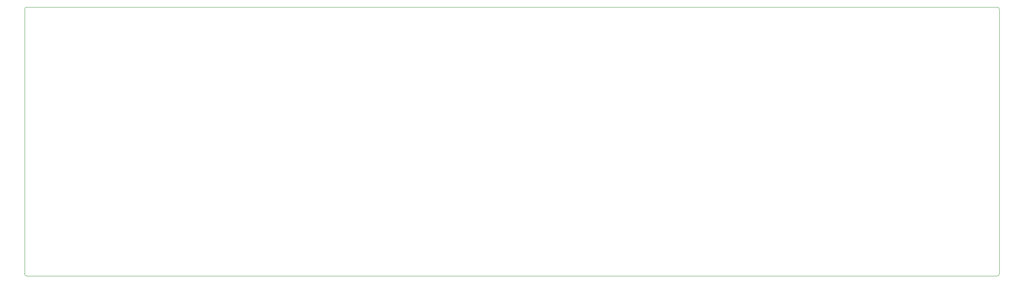
<source format=gm1>
G04 #@! TF.GenerationSoftware,KiCad,Pcbnew,(5.1.2)-1*
G04 #@! TF.CreationDate,2020-06-02T21:17:14+10:00*
G04 #@! TF.ProjectId,EncoderBoard,456e636f-6465-4724-926f-6172642e6b69,A*
G04 #@! TF.SameCoordinates,Original*
G04 #@! TF.FileFunction,Profile,NP*
%FSLAX46Y46*%
G04 Gerber Fmt 4.6, Leading zero omitted, Abs format (unit mm)*
G04 Created by KiCad (PCBNEW (5.1.2)-1) date 2020-06-02 21:17:14*
%MOMM*%
%LPD*%
G04 APERTURE LIST*
%ADD10C,0.100000*%
G04 APERTURE END LIST*
D10*
X50500000Y-111000000D02*
G75*
G02X50000000Y-110500000I0J500000D01*
G01*
X50000000Y-50500000D02*
G75*
G02X50500000Y-50000000I500000J0D01*
G01*
X270500000Y-50000000D02*
G75*
G02X271000000Y-50500000I0J-500000D01*
G01*
X271000000Y-110500000D02*
G75*
G02X270500000Y-111000000I-500000J0D01*
G01*
X50000000Y-110500000D02*
X50000000Y-50500000D01*
X270500000Y-111000000D02*
X50500000Y-111000000D01*
X271000000Y-50500000D02*
X271000000Y-110500000D01*
X50500000Y-50000000D02*
X270500000Y-50000000D01*
M02*

</source>
